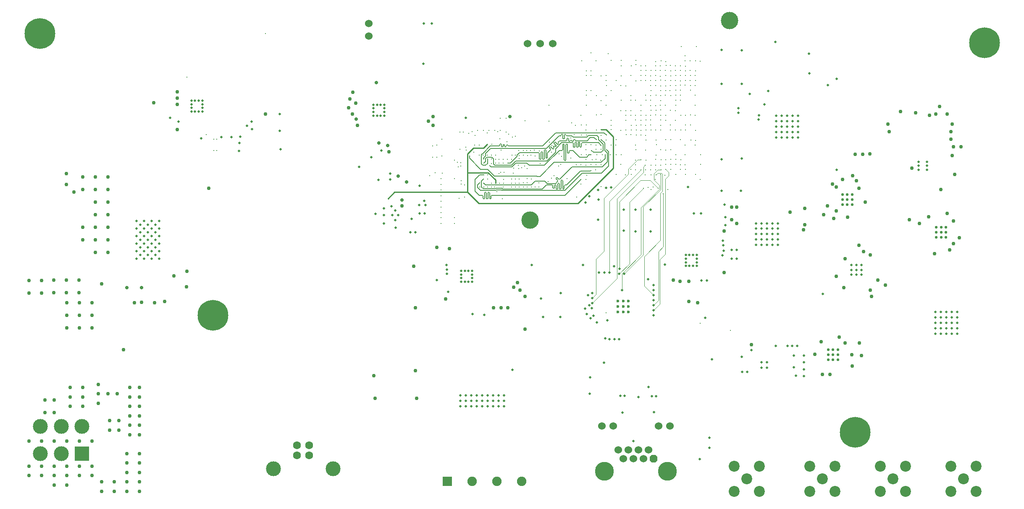
<source format=gbr>
%TF.GenerationSoftware,Altium Limited,Altium Designer,23.11.1 (41)*%
G04 Layer_Physical_Order=12*
G04 Layer_Color=16711935*
%FSLAX45Y45*%
%MOMM*%
%TF.SameCoordinates,5B37CA9A-06B1-4671-AC7C-9F047A950D05*%
%TF.FilePolarity,Positive*%
%TF.FileFunction,Copper,L12,Inr,Signal*%
%TF.Part,Single*%
G01*
G75*
%TA.AperFunction,Conductor*%
%ADD103C,0.23978*%
%TA.AperFunction,ComponentPad*%
%ADD110C,6.20000*%
%ADD111C,3.50000*%
%ADD112C,2.20000*%
%ADD113C,3.00000*%
%ADD114R,3.00000X3.00000*%
%ADD115R,1.90500X1.90500*%
%ADD116C,1.90500*%
%ADD117C,1.60000*%
%ADD118C,0.60000*%
%ADD119C,1.52400*%
G04:AMPARAMS|DCode=120|XSize=1.524mm|YSize=1.524mm|CornerRadius=0mm|HoleSize=0mm|Usage=FLASHONLY|Rotation=0.000|XOffset=0mm|YOffset=0mm|HoleType=Round|Shape=Octagon|*
%AMOCTAGOND120*
4,1,8,0.76200,-0.38100,0.76200,0.38100,0.38100,0.76200,-0.38100,0.76200,-0.76200,0.38100,-0.76200,-0.38100,-0.38100,-0.76200,0.38100,-0.76200,0.76200,-0.38100,0.0*
%
%ADD120OCTAGOND120*%

%ADD121C,3.81000*%
%TA.AperFunction,ViaPad*%
%ADD122C,0.76200*%
%ADD123C,0.50000*%
%ADD124C,0.30480*%
%ADD125C,0.50800*%
%ADD126C,0.71120*%
%ADD127C,0.55880*%
%TA.AperFunction,Conductor*%
%ADD128C,0.14789*%
%ADD129C,0.09238*%
D103*
X9508973Y7218673D02*
Y7220755D01*
X9552618Y7264400D01*
X9478499Y7188200D02*
X9508973Y7218673D01*
X9271000Y7188200D02*
X9478499D01*
X9154046Y6301854D02*
Y7071246D01*
X7686154Y6301854D02*
X9154046D01*
X7551358Y6167058D02*
X7686154Y6301854D01*
X9154046Y7071246D02*
X9271000Y7188200D01*
X9162739Y6688893D02*
X9573942D01*
X9720580Y6542255D01*
X11950700Y7556500D02*
X12090400Y7416800D01*
Y6778523D02*
Y7416800D01*
X11699977Y6388100D02*
X12090400Y6778523D01*
X11382477Y6070600D02*
X11699977Y6388100D01*
X11843461Y7556500D02*
X11950700D01*
X9154046Y6301854D02*
X9385300Y6070600D01*
X11382477D01*
X9720580Y6479540D02*
Y6542255D01*
D110*
X16967200Y1447800D02*
D03*
X19574646Y9311709D02*
D03*
X533400Y9499600D02*
D03*
X4025798Y3806550D02*
D03*
D111*
X14438298Y9761666D02*
D03*
X10418298Y5731666D02*
D03*
D112*
X19151601Y507200D02*
D03*
X19405600Y761200D02*
D03*
Y253200D02*
D03*
X18897600D02*
D03*
Y761200D02*
D03*
X17729201Y508000D02*
D03*
X17983200Y762000D02*
D03*
Y254000D02*
D03*
X17475200D02*
D03*
Y762000D02*
D03*
X16306799Y508000D02*
D03*
X16560800Y762000D02*
D03*
Y254000D02*
D03*
X16052800D02*
D03*
Y762000D02*
D03*
X14782800Y508000D02*
D03*
X15036800Y762000D02*
D03*
Y254000D02*
D03*
X14528799D02*
D03*
Y762000D02*
D03*
D113*
X545200Y1017050D02*
D03*
X965200D02*
D03*
X545200Y1567050D02*
D03*
X965200D02*
D03*
X1385200D02*
D03*
X5240000Y711200D02*
D03*
X6444000D02*
D03*
D114*
X1385200Y1017050D02*
D03*
D115*
X8749600Y457200D02*
D03*
D116*
X9249600D02*
D03*
X9749600D02*
D03*
X10249600D02*
D03*
D117*
X5967000Y1181200D02*
D03*
X5717000D02*
D03*
X5967000Y981200D02*
D03*
X5717000D02*
D03*
D118*
X12400600Y4095600D02*
D03*
Y3988600D02*
D03*
Y3881600D02*
D03*
X12293600Y4095600D02*
D03*
Y3988600D02*
D03*
Y3881600D02*
D03*
X12186600Y4095600D02*
D03*
Y3988600D02*
D03*
Y3881600D02*
D03*
D119*
X13004800Y1574800D02*
D03*
X12090400D02*
D03*
X13233400D02*
D03*
X12192000Y1092200D02*
D03*
X12395200D02*
D03*
X12598400D02*
D03*
X12801601D02*
D03*
X12293600Y914400D02*
D03*
X12496800D02*
D03*
X12700000D02*
D03*
X11861800Y1574800D02*
D03*
X7162800Y9702800D02*
D03*
Y9448800D02*
D03*
X10871200Y9296400D02*
D03*
X10363200D02*
D03*
X10617200D02*
D03*
D120*
X12903200Y914400D02*
D03*
D121*
X11912600Y660400D02*
D03*
X13182600D02*
D03*
D122*
X2222500Y3111500D02*
D03*
X571500Y4254500D02*
D03*
Y4508500D02*
D03*
X317500Y4254500D02*
D03*
Y4508500D02*
D03*
X1079500Y3810000D02*
D03*
Y3556000D02*
D03*
Y4064000D02*
D03*
X817791Y4517800D02*
D03*
Y4263800D02*
D03*
X1325791Y4517800D02*
D03*
X1071791D02*
D03*
X1325791Y4263800D02*
D03*
X1071791D02*
D03*
X1587500Y4064000D02*
D03*
X1333500D02*
D03*
X1587500Y3556000D02*
D03*
Y3810000D02*
D03*
X1333500Y3556000D02*
D03*
Y3810000D02*
D03*
X1219200Y6299200D02*
D03*
X1778000Y4445000D02*
D03*
X1905000Y5080000D02*
D03*
X1651000D02*
D03*
Y6096000D02*
D03*
Y5842000D02*
D03*
Y5588000D02*
D03*
X1905000Y6096000D02*
D03*
Y5842000D02*
D03*
Y5588000D02*
D03*
X1397000D02*
D03*
X1905000Y5334000D02*
D03*
X1651000D02*
D03*
X1397000D02*
D03*
Y6350000D02*
D03*
X1651000D02*
D03*
X1905000D02*
D03*
X1397000Y6604000D02*
D03*
X1651000D02*
D03*
X1905000D02*
D03*
X15661127Y5889671D02*
D03*
X15925800Y5537200D02*
D03*
X15951199Y5638800D02*
D03*
Y5969000D02*
D03*
X16332201Y5842000D02*
D03*
X16408400Y6019800D02*
D03*
X16510736Y6461760D02*
D03*
X16535400Y5765800D02*
D03*
X16814799Y5791200D02*
D03*
X16586200Y5918200D02*
D03*
Y6400800D02*
D03*
X16713200Y6553200D02*
D03*
X16992599Y6527800D02*
D03*
X16916400Y6629400D02*
D03*
X17170399Y6096000D02*
D03*
X17043401Y6375400D02*
D03*
X18872200Y5130800D02*
D03*
X18059399Y5740400D02*
D03*
X18262601Y5664200D02*
D03*
X18567400Y5054600D02*
D03*
X18948399Y5257800D02*
D03*
X19067780Y5377180D02*
D03*
X18948399Y5715000D02*
D03*
X18821400Y5867400D02*
D03*
X18449211Y5796400D02*
D03*
X18465800Y7848600D02*
D03*
X18592799Y7874000D02*
D03*
X18821400D02*
D03*
X17627600Y7670800D02*
D03*
X17653000Y7518400D02*
D03*
X18186400Y7899400D02*
D03*
X17881599Y7924800D02*
D03*
X18694400Y6350000D02*
D03*
X18110201Y6781800D02*
D03*
X18973801Y6654800D02*
D03*
X18923000Y7035800D02*
D03*
X19100800Y7213600D02*
D03*
X18948399D02*
D03*
X18897600Y7366000D02*
D03*
Y7518400D02*
D03*
X18923000Y7670800D02*
D03*
X18669000Y8026400D02*
D03*
X17272000Y5029200D02*
D03*
X17043401Y5224780D02*
D03*
X17136404Y5096805D02*
D03*
X16764000Y4953000D02*
D03*
X17576801Y4419600D02*
D03*
X17424400Y4521200D02*
D03*
X17272000Y4318000D02*
D03*
X16586200Y4597400D02*
D03*
X16738600Y4368800D02*
D03*
X17297400Y4191000D02*
D03*
X16648198Y3367002D02*
D03*
X16154401Y3022600D02*
D03*
X16306799Y2616200D02*
D03*
X16459998Y2616998D02*
D03*
X16913206Y2784135D02*
D03*
X17094200Y2997200D02*
D03*
X17052296Y3251200D02*
D03*
X16901402Y3012198D02*
D03*
X16764000Y3251200D02*
D03*
X16281400Y3276600D02*
D03*
X8534400Y5181600D02*
D03*
X8788400Y5156200D02*
D03*
X8712200Y4140200D02*
D03*
X7264400Y2590800D02*
D03*
X7289800Y2133600D02*
D03*
X8128000D02*
D03*
X8102600Y2692400D02*
D03*
X8075400Y4802400D02*
D03*
X8102600Y3962400D02*
D03*
X9829800D02*
D03*
X9677400D02*
D03*
X9964400Y3962059D02*
D03*
X10312400Y3530600D02*
D03*
Y4191000D02*
D03*
X10210800Y4318000D02*
D03*
X10083800Y4376000D02*
D03*
X10160000Y4470400D02*
D03*
X13792200Y4064000D02*
D03*
X14478000Y5994400D02*
D03*
X14579601D02*
D03*
Y5664200D02*
D03*
X14478000Y5740400D02*
D03*
X14325600Y5511800D02*
D03*
Y4673600D02*
D03*
X13302000Y4523627D02*
D03*
X13614400Y4089400D02*
D03*
X13435201Y4499200D02*
D03*
X13614400Y4495800D02*
D03*
X6832600Y7874000D02*
D03*
X6937790Y7641810D02*
D03*
X8458200Y7645400D02*
D03*
Y7823200D02*
D03*
X8371790Y7731810D02*
D03*
X7569200Y7112000D02*
D03*
X6784810Y8181810D02*
D03*
X6904707Y8091810D02*
D03*
X6756400Y8001000D02*
D03*
X6846990Y8316810D02*
D03*
X7837408Y6016679D02*
D03*
X3937000Y6375400D02*
D03*
X2844800Y4064000D02*
D03*
X3048000Y4089400D02*
D03*
X3493810Y4382810D02*
D03*
X3501390Y4702810D02*
D03*
X3235706Y4607306D02*
D03*
X2438400Y4064000D02*
D03*
X2585806Y4068994D02*
D03*
X3302000Y7556500D02*
D03*
X2832540Y8103040D02*
D03*
X3302000Y8064500D02*
D03*
Y8318500D02*
D03*
Y8191500D02*
D03*
X5080000Y7874000D02*
D03*
X14876781Y3220720D02*
D03*
X17119600Y7061200D02*
D03*
X17270139Y7067129D02*
D03*
X16967200Y7061200D02*
D03*
X1066800Y6671060D02*
D03*
Y6451600D02*
D03*
X2129040Y1683967D02*
D03*
Y1493467D02*
D03*
X1938540D02*
D03*
Y1683967D02*
D03*
X1397000Y2349500D02*
D03*
Y2159000D02*
D03*
Y1968500D02*
D03*
X1143000Y2349500D02*
D03*
Y2159000D02*
D03*
Y1968500D02*
D03*
X1333500Y1270000D02*
D03*
X1587500D02*
D03*
X825500D02*
D03*
X1079500D02*
D03*
X317500D02*
D03*
X571500D02*
D03*
Y762000D02*
D03*
X317500D02*
D03*
X635000Y1841500D02*
D03*
Y2095500D02*
D03*
X825500Y1841500D02*
D03*
Y2095500D02*
D03*
X571500Y571500D02*
D03*
X317500D02*
D03*
X825500Y381000D02*
D03*
X1079500D02*
D03*
X1587500Y571500D02*
D03*
X1333500D02*
D03*
X1079500D02*
D03*
X825500D02*
D03*
Y762000D02*
D03*
X1079500D02*
D03*
X1333500D02*
D03*
X1587500D02*
D03*
X1905000Y2222500D02*
D03*
X2349500Y1587500D02*
D03*
Y1778000D02*
D03*
X2095500Y2222500D02*
D03*
X2349500Y1397000D02*
D03*
X1714500Y2032000D02*
D03*
X2540000Y1016000D02*
D03*
X2286000D02*
D03*
X2540000Y825500D02*
D03*
X2286000D02*
D03*
X2540000Y635000D02*
D03*
X2286000D02*
D03*
X2540000Y444500D02*
D03*
X2286000D02*
D03*
X2032000D02*
D03*
X1778000D02*
D03*
Y254000D02*
D03*
X2032000D02*
D03*
X2286000D02*
D03*
X2540000D02*
D03*
X1714500Y2222500D02*
D03*
Y2413000D02*
D03*
X2540000Y2349500D02*
D03*
X2349500D02*
D03*
Y2159000D02*
D03*
Y1968500D02*
D03*
X2540000Y1397000D02*
D03*
Y1587500D02*
D03*
Y1778000D02*
D03*
Y1968500D02*
D03*
Y2159000D02*
D03*
D123*
X18416400Y6751400D02*
D03*
Y6829400D02*
D03*
Y6907400D02*
D03*
X18244400D02*
D03*
Y6829400D02*
D03*
Y6751400D02*
D03*
X7697408Y5734796D02*
D03*
X7754908Y5829796D02*
D03*
X7639908D02*
D03*
X7697408Y5924796D02*
D03*
X7477600Y7915310D02*
D03*
Y7988310D02*
D03*
Y8061810D02*
D03*
X7331065Y7841770D02*
D03*
X7404065D02*
D03*
X7477565D02*
D03*
X7257400Y7915310D02*
D03*
Y7841810D02*
D03*
Y7988310D02*
D03*
Y8061810D02*
D03*
X7331100D02*
D03*
X7404100D02*
D03*
X13555200Y4951600D02*
D03*
Y4878600D02*
D03*
Y4804900D02*
D03*
X13628700D02*
D03*
X13775200D02*
D03*
X13701700D02*
D03*
X13775240Y5025065D02*
D03*
Y4951565D02*
D03*
Y4878565D02*
D03*
X13555200Y5025100D02*
D03*
X13628700D02*
D03*
X13701700D02*
D03*
X3810035Y7998340D02*
D03*
Y8071339D02*
D03*
Y8144839D02*
D03*
X3663500Y7924800D02*
D03*
X3736500D02*
D03*
X3810000D02*
D03*
X3589835Y7998340D02*
D03*
Y7924840D02*
D03*
Y8071339D02*
D03*
Y8144839D02*
D03*
X3663535D02*
D03*
X3736535D02*
D03*
X15814799Y7400000D02*
D03*
X15704800D02*
D03*
X15594800D02*
D03*
X15484801D02*
D03*
X15374800D02*
D03*
X15814799Y7510000D02*
D03*
X15704800D02*
D03*
X15594800D02*
D03*
X15484801D02*
D03*
X15374800D02*
D03*
X15814799Y7620000D02*
D03*
X15704800D02*
D03*
X15594800D02*
D03*
X15484801D02*
D03*
X15374800D02*
D03*
X15814799Y7730000D02*
D03*
X15704800D02*
D03*
X15594800D02*
D03*
X15484801D02*
D03*
X15374800D02*
D03*
X15814799Y7840000D02*
D03*
X15704800D02*
D03*
X15594800D02*
D03*
X15484801D02*
D03*
X15374800D02*
D03*
X17097539Y4627652D02*
D03*
X16997539D02*
D03*
Y4827652D02*
D03*
X16897539D02*
D03*
Y4627652D02*
D03*
Y4727652D02*
D03*
X16997539D02*
D03*
X17097539Y4827652D02*
D03*
Y4727652D02*
D03*
X15193401Y2861700D02*
D03*
Y2751700D02*
D03*
X15083400Y2861700D02*
D03*
Y2751700D02*
D03*
X9249500Y4559500D02*
D03*
Y4632500D02*
D03*
Y4706000D02*
D03*
X9102965Y4485960D02*
D03*
X9175965D02*
D03*
X9249465D02*
D03*
X9029300Y4559500D02*
D03*
Y4486000D02*
D03*
Y4632500D02*
D03*
Y4706000D02*
D03*
X9103000D02*
D03*
X9176000D02*
D03*
X18584399Y3877600D02*
D03*
X18694400D02*
D03*
X18804401D02*
D03*
X18914400D02*
D03*
X19024400D02*
D03*
X18584399Y3767600D02*
D03*
X18694400D02*
D03*
X18804401D02*
D03*
X18914400D02*
D03*
X19024400D02*
D03*
X18584399Y3657600D02*
D03*
X18694400D02*
D03*
X18804401D02*
D03*
X18914400D02*
D03*
X19024400D02*
D03*
X18584399Y3547600D02*
D03*
X18694400D02*
D03*
X18804401D02*
D03*
X18914400D02*
D03*
X19024400D02*
D03*
X18584399Y3437600D02*
D03*
X18694400D02*
D03*
X18804401D02*
D03*
X18914400D02*
D03*
X19024400D02*
D03*
X15409200Y5228300D02*
D03*
X15299200D02*
D03*
X15189200D02*
D03*
X15079201D02*
D03*
X14969200D02*
D03*
X15409200Y5338300D02*
D03*
X15299200D02*
D03*
X15189200D02*
D03*
X15079201D02*
D03*
X14969200D02*
D03*
X15409200Y5448300D02*
D03*
X15299200D02*
D03*
X15189200D02*
D03*
X15079201D02*
D03*
X14969200D02*
D03*
X15409200Y5558300D02*
D03*
X15299200D02*
D03*
X15189200D02*
D03*
X15079201D02*
D03*
X14969200D02*
D03*
X15409200Y5668300D02*
D03*
X15299200D02*
D03*
X15189200D02*
D03*
X15079201D02*
D03*
X14969200D02*
D03*
X9008800Y1972800D02*
D03*
Y2082800D02*
D03*
Y2192800D02*
D03*
X9118800Y1972800D02*
D03*
Y2082800D02*
D03*
Y2192800D02*
D03*
X9228800Y1972800D02*
D03*
Y2082800D02*
D03*
Y2192800D02*
D03*
X9338800Y1972800D02*
D03*
Y2082800D02*
D03*
Y2192800D02*
D03*
X9448800Y1972800D02*
D03*
Y2082800D02*
D03*
Y2192800D02*
D03*
X9558800Y1972800D02*
D03*
Y2082800D02*
D03*
Y2192800D02*
D03*
X9668800Y1972800D02*
D03*
Y2082800D02*
D03*
Y2192800D02*
D03*
X9778800Y1972800D02*
D03*
Y2082800D02*
D03*
Y2192800D02*
D03*
X9888800Y1972800D02*
D03*
Y2082800D02*
D03*
Y2192800D02*
D03*
D124*
X10117598Y7421102D02*
D03*
X8892588Y5778500D02*
D03*
Y6944360D02*
D03*
X8623300Y5664200D02*
D03*
X13849350Y3651250D02*
D03*
X14452600Y3505200D02*
D03*
X3500540Y8618640D02*
D03*
X3884835Y7456265D02*
D03*
X4102100Y7137400D02*
D03*
X4038600D02*
D03*
Y7366000D02*
D03*
X4102100D02*
D03*
X10797540Y8054340D02*
D03*
X10795000Y7733050D02*
D03*
X10317500Y7739400D02*
D03*
X9873902Y6879987D02*
D03*
X9954225Y7315200D02*
D03*
X10051413Y7043810D02*
D03*
X9830678Y7144142D02*
D03*
X9391480Y7243216D02*
D03*
X10198082Y7034285D02*
D03*
X9131300Y7142480D02*
D03*
X9302750Y7245350D02*
D03*
X8986520Y6172200D02*
D03*
X9024620Y6456680D02*
D03*
X8968740Y6804660D02*
D03*
X8950960Y6901180D02*
D03*
X10184939Y7135321D02*
D03*
X10064750Y7410450D02*
D03*
X9810750Y7374890D02*
D03*
X9645650Y7263130D02*
D03*
X9552618Y7264400D02*
D03*
X9555480Y7493000D02*
D03*
X9633933Y7042163D02*
D03*
X9987280Y7470140D02*
D03*
X9761220Y7518400D02*
D03*
X9311640Y7439660D02*
D03*
X9123680Y7203440D02*
D03*
X9552618Y7043020D02*
D03*
X9093200Y6197600D02*
D03*
X10039980Y6479987D02*
D03*
X10124458Y6479987D02*
D03*
X12446000Y6756400D02*
D03*
X11945620Y3863340D02*
D03*
X13137086Y6641132D02*
D03*
X13051463Y6655510D02*
D03*
X13103860Y6261100D02*
D03*
X12999977Y6374126D02*
D03*
X12899977Y6400996D02*
D03*
X13195300Y6351009D02*
D03*
X13151463Y6755510D02*
D03*
X12799977Y6390026D02*
D03*
X12458700Y6654800D02*
D03*
X12851129Y6840967D02*
D03*
X12755880Y6945630D02*
D03*
X12338100Y6642100D02*
D03*
X12748260Y7147560D02*
D03*
X12651184Y6950202D02*
D03*
X12649200Y6748780D02*
D03*
X12544454Y6751474D02*
D03*
Y6851474D02*
D03*
X13251463Y6755510D02*
D03*
X13048489Y6844464D02*
D03*
X13251463Y6955510D02*
D03*
Y6855510D02*
D03*
X13451463Y6755510D02*
D03*
X13551463D02*
D03*
X13444453Y6851474D02*
D03*
X13351463Y6855510D02*
D03*
Y6655510D02*
D03*
X13155499Y6948500D02*
D03*
X13351463Y7055510D02*
D03*
X13251463Y7155510D02*
D03*
X13749020Y8549640D02*
D03*
X13545821Y8839200D02*
D03*
X12750800Y8750300D02*
D03*
X12951460Y8549640D02*
D03*
X13251180D02*
D03*
X13548360Y8651240D02*
D03*
X13654865Y8449135D02*
D03*
X13540286Y8458200D02*
D03*
X13645090Y8550839D02*
D03*
Y8950839D02*
D03*
X13749126Y8945099D02*
D03*
X13645090Y8750839D02*
D03*
X13650829Y8654875D02*
D03*
X13549126Y8745099D02*
D03*
X13545090Y8950839D02*
D03*
Y9050839D02*
D03*
X13650829Y7654875D02*
D03*
X13345090Y7750839D02*
D03*
X13454865Y7549135D02*
D03*
X13345090Y7550839D02*
D03*
X13245090D02*
D03*
X13049126Y7645099D02*
D03*
Y7845099D02*
D03*
X13050830Y7954875D02*
D03*
X12750829Y8154875D02*
D03*
X12850830D02*
D03*
X12745089Y8250839D02*
D03*
X12849126Y8245099D02*
D03*
X12954053Y8259088D02*
D03*
X13454865Y7849135D02*
D03*
X13245090Y7950839D02*
D03*
X13145090Y8050839D02*
D03*
X13045090D02*
D03*
X13254865Y8249135D02*
D03*
X13049126Y8245099D02*
D03*
X13145090Y8250839D02*
D03*
X13045090Y8850839D02*
D03*
X13157201Y8851900D02*
D03*
X12945090Y8850839D02*
D03*
Y8650839D02*
D03*
X13150830Y8654875D02*
D03*
X13245090Y8450839D02*
D03*
X13354865Y8149135D02*
D03*
X13450830Y8254875D02*
D03*
X13350830Y8354875D02*
D03*
X13151974Y8932649D02*
D03*
X13045090Y8750839D02*
D03*
X13044455Y8637305D02*
D03*
X12947981Y8932645D02*
D03*
X12845090Y8550839D02*
D03*
X12745089D02*
D03*
X12945090Y8450839D02*
D03*
X13049126Y8445099D02*
D03*
X13054865Y8949135D02*
D03*
X13249126Y8745099D02*
D03*
X13145090Y8750839D02*
D03*
X13249126Y8645099D02*
D03*
X13445090Y8850839D02*
D03*
Y8750839D02*
D03*
X13350830Y8654875D02*
D03*
X13450830D02*
D03*
X13449126Y8545099D02*
D03*
X13550830Y8554875D02*
D03*
X13450830Y8454875D02*
D03*
X13354865Y8449135D02*
D03*
X13049126Y8345099D02*
D03*
X13149126D02*
D03*
X13144501Y8547100D02*
D03*
X13149126Y8445099D02*
D03*
X12650469Y8552497D02*
D03*
Y8651987D02*
D03*
X12651572Y8753600D02*
D03*
X12848489Y8644464D02*
D03*
X12851463Y8755510D02*
D03*
X12549977Y8870475D02*
D03*
X12553490Y8953500D02*
D03*
X12152864Y8547100D02*
D03*
X11950982Y8548700D02*
D03*
X13151463Y6855510D02*
D03*
X13055499Y6948500D02*
D03*
Y6748500D02*
D03*
X12852400Y6350000D02*
D03*
X12848489Y6744464D02*
D03*
X12738100Y6642100D02*
D03*
X12740482Y6844528D02*
D03*
X11950700Y8648700D02*
D03*
X11849100Y7861300D02*
D03*
X11751464Y7855510D02*
D03*
X12052300Y7556500D02*
D03*
X12966701Y7251700D02*
D03*
X13150850Y7143750D02*
D03*
X13244453Y7651474D02*
D03*
X13551463Y7655510D02*
D03*
X13550900Y7848600D02*
D03*
X13347701Y7937500D02*
D03*
X13356064Y8255000D02*
D03*
X13235141Y8346187D02*
D03*
X12351464Y7455510D02*
D03*
X12700000Y6376409D02*
D03*
X12955499Y6648500D02*
D03*
X12943840Y6555740D02*
D03*
X12855499Y6648500D02*
D03*
X12748490Y6744464D02*
D03*
X12944453Y6751474D02*
D03*
X12948489Y6844464D02*
D03*
X12959081Y7045960D02*
D03*
X12448490Y8244464D02*
D03*
X12348490Y7744464D02*
D03*
X13844453Y6551474D02*
D03*
X13551463Y6655510D02*
D03*
X13544453Y6851474D02*
D03*
X13851463Y7055510D02*
D03*
X13544453Y7251474D02*
D03*
X12951463Y6955510D02*
D03*
X13251463Y7355510D02*
D03*
X13744450Y7851471D02*
D03*
X13744453Y8251474D02*
D03*
Y8651474D02*
D03*
X13848489Y8944464D02*
D03*
X13348489Y8844464D02*
D03*
X12451464Y8655510D02*
D03*
X12655500Y8848500D02*
D03*
X12255500D02*
D03*
X12251464Y8955510D02*
D03*
X11444454Y7851474D02*
D03*
X12048490Y7744464D02*
D03*
Y7244464D02*
D03*
X12247880Y6855460D02*
D03*
X11851640Y6405880D02*
D03*
X12538098Y6942099D02*
D03*
X13544453Y7051474D02*
D03*
X13751463Y6655510D02*
D03*
X12037660Y7055410D02*
D03*
X11871960Y7056120D02*
D03*
X11841480Y6944360D02*
D03*
X11936310Y7053580D02*
D03*
X11736345Y6745245D02*
D03*
X11744960Y6845881D02*
D03*
X11561911Y6636851D02*
D03*
X12551464Y7155510D02*
D03*
X12544454Y7251474D02*
D03*
X13051463Y7155510D02*
D03*
X13151463Y7355510D02*
D03*
X13851463Y6855510D02*
D03*
X13051463Y8555510D02*
D03*
X13451463Y8355510D02*
D03*
Y8155510D02*
D03*
X13351463Y8055510D02*
D03*
X13651463Y7855510D02*
D03*
X13744453Y8051474D02*
D03*
X13651463Y8355510D02*
D03*
X13744453Y8451474D02*
D03*
X13771523Y9238563D02*
D03*
X13461313Y9234527D02*
D03*
X13748489Y8744464D02*
D03*
X13344453Y8551474D02*
D03*
Y8751474D02*
D03*
X13246100Y8851900D02*
D03*
X11645900Y9105900D02*
D03*
X11988800Y9093200D02*
D03*
X11849100Y7442200D02*
D03*
X12052300Y7645400D02*
D03*
X12151464Y6655510D02*
D03*
X13455499Y6948500D02*
D03*
X13351463Y6955510D02*
D03*
X13451463Y7355510D02*
D03*
X13655499Y7348500D02*
D03*
X13748489Y7344464D02*
D03*
X13744453Y7251474D02*
D03*
X13551463Y7555510D02*
D03*
X13748489Y7544464D02*
D03*
X12455500Y7648500D02*
D03*
X12451464Y7455510D02*
D03*
X12555500Y7448500D02*
D03*
X12755500Y7348500D02*
D03*
X12648490Y7544464D02*
D03*
X12655500Y7448500D02*
D03*
X12555500Y7648500D02*
D03*
X12651464Y7655510D02*
D03*
X12855499Y7548500D02*
D03*
X12751464Y7755510D02*
D03*
X12748490Y7644464D02*
D03*
X12751464Y7555510D02*
D03*
X12748490Y7444464D02*
D03*
X12955499Y7348500D02*
D03*
X12951463Y7555510D02*
D03*
X13051463D02*
D03*
Y7755510D02*
D03*
X12844453Y7751474D02*
D03*
Y7651474D02*
D03*
X13155499Y7748500D02*
D03*
X13148486Y7844461D02*
D03*
X13048489Y8144464D02*
D03*
X12948489Y8044464D02*
D03*
X12844453Y8451474D02*
D03*
X12855499Y8348500D02*
D03*
X12744454Y8651474D02*
D03*
X12949277Y8750987D02*
D03*
X12748490Y8844464D02*
D03*
X12455500Y8848500D02*
D03*
X12548490Y8544464D02*
D03*
X12244454Y8451474D02*
D03*
X12348490Y8444464D02*
D03*
X11955500Y8448500D02*
D03*
X12255500Y8648500D02*
D03*
X11455500Y8948500D02*
D03*
X12051464Y8955510D02*
D03*
X11744454Y8951474D02*
D03*
X11555500Y8748500D02*
D03*
X11648490Y8744464D02*
D03*
X11848490Y8644464D02*
D03*
X11644454Y8651474D02*
D03*
X11551464Y8655510D02*
D03*
X11648490Y8344464D02*
D03*
X11551464Y8055510D02*
D03*
Y8255510D02*
D03*
X11555500Y8348500D02*
D03*
X11755500Y8248500D02*
D03*
X12048490Y8344464D02*
D03*
X11948490Y8244464D02*
D03*
X11951464Y8055510D02*
D03*
X11848489Y8144461D02*
D03*
X12251464Y8155510D02*
D03*
X12451464D02*
D03*
X12848489Y8044464D02*
D03*
X12544454Y8151474D02*
D03*
X12651464Y8055510D02*
D03*
X12951463Y7855510D02*
D03*
X12848489Y7844464D02*
D03*
X12955499Y7948500D02*
D03*
X12855499D02*
D03*
X12648490Y7944464D02*
D03*
X12448490D02*
D03*
X12248490D02*
D03*
X12348490D02*
D03*
X12348488Y7844461D02*
D03*
X12447627Y7849287D02*
D03*
X12755500Y7848500D02*
D03*
X12655500D02*
D03*
X12544454Y7851474D02*
D03*
X12648490Y7744464D02*
D03*
X12544454Y7751474D02*
D03*
X12555500Y7548500D02*
D03*
X12248490Y7544464D02*
D03*
X12455500Y7548500D02*
D03*
X12344454Y7551474D02*
D03*
X12153900Y7353300D02*
D03*
X12151464Y7055510D02*
D03*
X12255500Y7048500D02*
D03*
X11031220Y6859940D02*
D03*
X11644555D02*
D03*
X11843461Y7556500D02*
D03*
X11699977Y6388100D02*
D03*
X9721295Y7039987D02*
D03*
X9588500Y7543800D02*
D03*
X9563100Y6642100D02*
D03*
X9859010Y6160770D02*
D03*
X7551358Y6167058D02*
D03*
X8394700Y6629400D02*
D03*
X8502650Y6686550D02*
D03*
X8540750Y7245350D02*
D03*
X8451850Y7232650D02*
D03*
X8540750Y7004050D02*
D03*
X8451850D02*
D03*
X8890000Y5664200D02*
D03*
X9004300Y7505700D02*
D03*
X9931400Y7785100D02*
D03*
X9817100D02*
D03*
X8636000Y7366000D02*
D03*
Y7023100D02*
D03*
X8648700Y6680200D02*
D03*
X8623300Y6565900D02*
D03*
Y6451600D02*
D03*
Y6337300D02*
D03*
Y6223000D02*
D03*
Y6108700D02*
D03*
Y5994400D02*
D03*
Y5880100D02*
D03*
Y5778500D02*
D03*
X10199980Y6559987D02*
D03*
X10119980D02*
D03*
X10039980D02*
D03*
X9873902Y6959324D02*
D03*
X9786714Y6879987D02*
D03*
X9067800Y7505700D02*
D03*
X9182100Y7480300D02*
D03*
X9098262Y6443962D02*
D03*
X9029700Y6527800D02*
D03*
X8890000Y6565900D02*
D03*
X9486900Y6642100D02*
D03*
X9478377Y6558669D02*
D03*
X9563100Y6564378D02*
D03*
X9601200Y6832600D02*
D03*
X9194800Y7023100D02*
D03*
X9931400Y7506896D02*
D03*
X10048258Y6959714D02*
D03*
X9957296Y6959987D02*
D03*
X9964438Y6883042D02*
D03*
X10353642Y6774780D02*
D03*
X9894792Y6692834D02*
D03*
X10846853Y6582193D02*
D03*
X10303434Y6821496D02*
D03*
X10896600Y6629400D02*
D03*
X9826239Y6694767D02*
D03*
X9017000Y6888480D02*
D03*
Y6819900D02*
D03*
X9004300Y7162801D02*
D03*
X9283700Y7099300D02*
D03*
X9389987Y7041553D02*
D03*
X9479979Y6477354D02*
D03*
X9245600Y7518400D02*
D03*
X9471302Y7040571D02*
D03*
X9817100Y7543800D02*
D03*
X9702800D02*
D03*
X9474200D02*
D03*
X9359900D02*
D03*
X11744555Y6960656D02*
D03*
X11760646Y7055410D02*
D03*
X11353800Y6197600D02*
D03*
X9634914Y6965052D02*
D03*
X9559980D02*
D03*
X9639979Y6878671D02*
D03*
X9479980Y6965052D02*
D03*
X9483729Y6883737D02*
D03*
X9398000Y6484620D02*
D03*
X9396899Y6402239D02*
D03*
X9489459Y6398860D02*
D03*
X9641849Y6399948D02*
D03*
X9745980Y6307045D02*
D03*
X10083833Y6778660D02*
D03*
X11546840Y7150100D02*
D03*
X11549978Y7049986D02*
D03*
X10180466Y6843350D02*
D03*
X11449977Y7049986D02*
D03*
X10185530Y6774957D02*
D03*
X11541760Y6957060D02*
D03*
X10993120Y6827538D02*
D03*
X11541660Y7256163D02*
D03*
X11048475Y7022920D02*
D03*
X10195560Y6972300D02*
D03*
X11640820Y7259320D02*
D03*
X11666220Y6951980D02*
D03*
X11646037Y7050903D02*
D03*
X11442869Y6553031D02*
D03*
X11849100Y7243025D02*
D03*
X11239500Y7394734D02*
D03*
X10857359Y7240140D02*
D03*
X9697474Y6400370D02*
D03*
X10623207Y6873288D02*
D03*
X10607040Y7129780D02*
D03*
X11236912Y6982460D02*
D03*
X10076180Y6683412D02*
D03*
X10284460Y7043420D02*
D03*
X10363200Y7038340D02*
D03*
X10283999Y7135321D02*
D03*
X10345420Y7139940D02*
D03*
X10502900Y7142480D02*
D03*
X10426700Y7137400D02*
D03*
X10119980Y7039985D02*
D03*
X10432010Y7039957D02*
D03*
X10515600Y7030720D02*
D03*
X10997852Y7069185D02*
D03*
X10850880Y7099950D02*
D03*
X11742420Y7163775D02*
D03*
X11655400Y7139318D02*
D03*
X10777220Y6507480D02*
D03*
X10195987Y6402664D02*
D03*
X10279980D02*
D03*
X11163300Y6573520D02*
D03*
X10590887Y6482671D02*
D03*
X10359980Y6401356D02*
D03*
Y6482671D02*
D03*
X10592658Y6400863D02*
D03*
X10359982Y6565892D02*
D03*
X10442235Y6565295D02*
D03*
X9799320Y6479540D02*
D03*
X9878060Y6398260D02*
D03*
X11744960Y7251100D02*
D03*
X9719979Y6879987D02*
D03*
X10124458Y6402664D02*
D03*
X10439980D02*
D03*
X10515600Y6403322D02*
D03*
X10279811Y6484638D02*
D03*
X9639300Y6477000D02*
D03*
X9720580Y6479540D02*
D03*
X9879983Y6479987D02*
D03*
X9884912Y6555140D02*
D03*
X11851040Y6850380D02*
D03*
X11442759Y6460656D02*
D03*
X10251440Y6789420D02*
D03*
X9786714Y6963729D02*
D03*
X11328400Y7645418D02*
D03*
X11303000Y7454900D02*
D03*
X11955780Y7155180D02*
D03*
X11845459Y7158821D02*
D03*
X11449977Y7649986D02*
D03*
X11549978Y7649986D02*
D03*
X10807700Y7302500D02*
D03*
X11645900Y6731000D02*
D03*
X9791700Y6667500D02*
D03*
X9720355Y6959987D02*
D03*
X10039979Y6402664D02*
D03*
X12146002Y7250431D02*
D03*
X11544300Y6553200D02*
D03*
X11539308Y6844564D02*
D03*
X9559980Y6399987D02*
D03*
X11345290Y6845300D02*
D03*
X10199980Y6479987D02*
D03*
X11445290Y6845300D02*
D03*
X11252200Y7696200D02*
D03*
X11751690Y7554064D02*
D03*
X11545900Y7551700D02*
D03*
X11549978Y7449986D02*
D03*
X11449978D02*
D03*
X11954055Y7448274D02*
D03*
X11948264Y7345910D02*
D03*
X11851690Y7354064D02*
D03*
X11751690D02*
D03*
X5080000Y9499600D02*
D03*
D125*
X8534400Y4521200D02*
D03*
X13604160Y6399987D02*
D03*
X15360304Y9326880D02*
D03*
X5384800Y7162800D02*
D03*
X5372100Y7531100D02*
D03*
Y7874000D02*
D03*
X4546600Y7124700D02*
D03*
X4559300Y7289800D02*
D03*
X4572000Y7416800D02*
D03*
X4394200Y7404100D02*
D03*
X4191000D02*
D03*
X4711700Y7632700D02*
D03*
X4813300Y7569200D02*
D03*
X4800600Y7721600D02*
D03*
X15773399Y2590800D02*
D03*
X15735300Y2755900D02*
D03*
Y2997200D02*
D03*
X15938499D02*
D03*
Y2857500D02*
D03*
Y2717800D02*
D03*
Y2578100D02*
D03*
X14681200Y2971800D02*
D03*
X14693900Y2667000D02*
D03*
X14795500D02*
D03*
X14876781Y3108029D02*
D03*
X15367000Y3187700D02*
D03*
X15608299D02*
D03*
X15798801D02*
D03*
X15697200D02*
D03*
X8432800Y9702800D02*
D03*
X16319501Y4241800D02*
D03*
X16598900Y6743700D02*
D03*
X14350999Y5791200D02*
D03*
X14084300Y2921000D02*
D03*
X13944600Y3759200D02*
D03*
X7416800Y7137400D02*
D03*
X7213108Y6997700D02*
D03*
X3327400Y7721600D02*
D03*
X3160610Y7799490D02*
D03*
X3784600Y7378700D02*
D03*
X11620500Y2222500D02*
D03*
X10061800Y2708500D02*
D03*
X10454640Y4826000D02*
D03*
X10634980Y4147820D02*
D03*
X10675620Y3779520D02*
D03*
X11026140D02*
D03*
X11031220Y4257040D02*
D03*
X11480800Y4823460D02*
D03*
X9494520Y3817620D02*
D03*
X9260840Y3839210D02*
D03*
X8735060Y4826000D02*
D03*
X8737940Y4646000D02*
D03*
X8742546Y4736000D02*
D03*
X8763315Y4286000D02*
D03*
X8276180Y9699400D02*
D03*
X8269380Y8886600D02*
D03*
X11582400Y4216400D02*
D03*
X12268600Y4317600D02*
D03*
X12848703Y5504200D02*
D03*
Y5943600D02*
D03*
X12052300Y6390339D02*
D03*
X11696700Y3797300D02*
D03*
X12540000Y5943600D02*
D03*
X11531600Y6083300D02*
D03*
X11785600Y6337300D02*
D03*
X11950700Y6386950D02*
D03*
X13716000Y5867400D02*
D03*
X14350999Y5626100D02*
D03*
X13138150Y4832350D02*
D03*
X14478000Y5130800D02*
D03*
X14579601D02*
D03*
X14478000Y4953000D02*
D03*
X14579601D02*
D03*
X14306551Y5314950D02*
D03*
X14312900Y5219700D02*
D03*
X14319250Y5111750D02*
D03*
X14293851Y5022850D02*
D03*
X13982700Y4508500D02*
D03*
X13874750Y4514850D02*
D03*
X13859898Y5867400D02*
D03*
X14338300Y6045200D02*
D03*
X14668500Y6324600D02*
D03*
X14274800D02*
D03*
X14681200Y6972300D02*
D03*
X14274800Y6959600D02*
D03*
X15024100Y7759700D02*
D03*
X15033200Y7845000D02*
D03*
X15138400Y8064500D02*
D03*
X14617700Y7899400D02*
D03*
Y7988300D02*
D03*
X14846300Y8280400D02*
D03*
X16421100Y8458200D02*
D03*
X16600951Y8587250D02*
D03*
X16043336Y8696264D02*
D03*
X16040100Y9093200D02*
D03*
X15218900Y8339600D02*
D03*
X14274800Y9169400D02*
D03*
X14681200Y9156700D02*
D03*
Y8483600D02*
D03*
X14274800D02*
D03*
X12301200Y5943600D02*
D03*
X12540000Y5506700D02*
D03*
X12301200Y5516900D02*
D03*
X11785600Y5740400D02*
D03*
X11798300Y6146800D02*
D03*
X12496800Y1270000D02*
D03*
X11607800Y4013200D02*
D03*
X11557000Y3835400D02*
D03*
X11636993Y3747787D02*
D03*
X11930497Y3345297D02*
D03*
X12214977Y3329823D02*
D03*
X12115800Y3327400D02*
D03*
X12014200D02*
D03*
X11808577Y4671177D02*
D03*
X11912600Y4673600D02*
D03*
X12014200D02*
D03*
X12217400Y4749800D02*
D03*
X12113377Y4798177D02*
D03*
X12214977Y4645777D02*
D03*
X12316577D02*
D03*
X12903200Y3810000D02*
D03*
Y3911600D02*
D03*
Y4013200D02*
D03*
Y4114800D02*
D03*
Y4216400D02*
D03*
Y4318000D02*
D03*
Y4419600D02*
D03*
X14033501Y1130300D02*
D03*
Y1333500D02*
D03*
X12801601Y2362200D02*
D03*
X13837920Y909320D02*
D03*
X12280900Y1841500D02*
D03*
X12915900Y1854200D02*
D03*
X12960350Y2171700D02*
D03*
X12871449D02*
D03*
X12236450Y2184400D02*
D03*
X12325350D02*
D03*
X12598400Y2159000D02*
D03*
X11625580Y2557780D02*
D03*
X11906250Y2851150D02*
D03*
X11672587Y4255787D02*
D03*
Y4154187D02*
D03*
X11667507Y4052587D02*
D03*
X11526520Y3947160D02*
D03*
X11662427Y3950987D02*
D03*
X11764127Y3664067D02*
D03*
X12793980Y4541520D02*
D03*
X11971020Y3708400D02*
D03*
X11611077Y6218657D02*
D03*
X6972300Y6807200D02*
D03*
X7360920Y6548120D02*
D03*
X7594600Y6553200D02*
D03*
Y6667500D02*
D03*
X7620000Y6007100D02*
D03*
X7302500Y5854700D02*
D03*
X7467600Y5829300D02*
D03*
Y5969000D02*
D03*
Y5664200D02*
D03*
X8292004Y5866304D02*
D03*
X8190404D02*
D03*
X8028805Y5755505D02*
D03*
X7708900Y5575300D02*
D03*
X8103808Y5487608D02*
D03*
X8002208D02*
D03*
X8286750Y6121400D02*
D03*
X8309784Y6036484D02*
D03*
X8182784D02*
D03*
X8188898Y6423598D02*
D03*
X9118600Y7797800D02*
D03*
X2484206Y5718810D02*
D03*
X2636606D02*
D03*
X2789006D02*
D03*
X2941406D02*
D03*
X2865206Y5642610D02*
D03*
X2560406D02*
D03*
X2941406Y5566410D02*
D03*
X2789006D02*
D03*
X2636606D02*
D03*
X2484206D02*
D03*
X2865206Y5490210D02*
D03*
X2560406D02*
D03*
X2941406Y5414010D02*
D03*
X2789006D02*
D03*
X2636606D02*
D03*
X2484206D02*
D03*
X2865206Y5337810D02*
D03*
X2560406D02*
D03*
X2941406Y5261610D02*
D03*
X2789006D02*
D03*
X2636606D02*
D03*
X2484206D02*
D03*
X2865206Y5185410D02*
D03*
X2712806D02*
D03*
X2560406D02*
D03*
X2941406Y5109210D02*
D03*
X2789006D02*
D03*
X2636606D02*
D03*
X2865206Y5033010D02*
D03*
X2712806D02*
D03*
X2941406Y4956810D02*
D03*
X2789006D02*
D03*
X2636606D02*
D03*
X2484206D02*
D03*
Y5109210D02*
D03*
X2560406Y5033010D02*
D03*
X2712806Y5642610D02*
D03*
Y5490210D02*
D03*
Y5337810D02*
D03*
D126*
X6908800Y7772400D02*
D03*
X7543800Y7239000D02*
D03*
X7366000Y7289800D02*
D03*
X7315200Y8509000D02*
D03*
X7924800Y6502400D02*
D03*
X7758295Y6618105D02*
D03*
X7837408Y6135608D02*
D03*
X2286000Y4368800D02*
D03*
X2585806Y4365317D02*
D03*
X10007600Y7825740D02*
D03*
D127*
X18602800Y5586400D02*
D03*
Y5486400D02*
D03*
Y5386400D02*
D03*
X18702800D02*
D03*
Y5486400D02*
D03*
Y5586400D02*
D03*
X18802800D02*
D03*
Y5486400D02*
D03*
Y5386400D02*
D03*
X16424998Y2912198D02*
D03*
X16524998D02*
D03*
X16624998D02*
D03*
Y3012198D02*
D03*
X16524998D02*
D03*
X16424998D02*
D03*
Y3112198D02*
D03*
X16524998D02*
D03*
X16624998D02*
D03*
X16913200Y6046800D02*
D03*
Y6146800D02*
D03*
Y6246800D02*
D03*
X16813200D02*
D03*
Y6146800D02*
D03*
Y6046800D02*
D03*
X16713200D02*
D03*
Y6146800D02*
D03*
Y6246800D02*
D03*
D128*
X11218792Y7141210D02*
G03*
X11204003Y7126421I0J-14789D01*
G01*
X11192604Y7084384D02*
G03*
X11204003Y7095783I0J11399D01*
G01*
X11171434D02*
G03*
X11182833Y7084384I11399J0D01*
G01*
X11171434Y7255766D02*
G03*
X11160034Y7267165I-11399J0D01*
G01*
X11150263D02*
G03*
X11138864Y7255766I0J-11399D01*
G01*
X11127465Y6938010D02*
G03*
X11138864Y6949409I0J11399D01*
G01*
X11106295D02*
G03*
X11117694Y6938010I11399J0D01*
G01*
X11106295Y7255766D02*
G03*
X11094896Y7267165I-11399J0D01*
G01*
X11085125D02*
G03*
X11073725Y7255766I0J-11399D01*
G01*
X11058936Y7141210D02*
G03*
X11073725Y7155999I0J14789D01*
G01*
X9469508Y6217924D02*
G03*
X9454718Y6232713I-14789J0D01*
G01*
X9469508Y6177867D02*
G03*
X9480907Y6166468I11399J0D01*
G01*
X9490678D02*
G03*
X9502077Y6177867I0J11399D01*
G01*
X9513476Y6294986D02*
G03*
X9502077Y6283587I0J-11399D01*
G01*
X9534646D02*
G03*
X9523247Y6294986I-11399J0D01*
G01*
X9534646Y6172159D02*
G03*
X9546046Y6160760I11399J0D01*
G01*
X9555817D02*
G03*
X9567216Y6172159I0J11399D01*
G01*
X9578615Y6294986D02*
G03*
X9567216Y6283587I0J-11399D01*
G01*
X9599785D02*
G03*
X9588386Y6294986I-11399J0D01*
G01*
X9599785Y6172159D02*
G03*
X9611184Y6160760I11399J0D01*
G01*
X9620955D02*
G03*
X9632355Y6172159I0J11399D01*
G01*
X9647144Y6232713D02*
G03*
X9632355Y6217924I0J-14789D01*
G01*
X9969112Y7241089D02*
G03*
X9983902Y7226300I14789J0D01*
G01*
X9969112Y7241092D02*
G03*
X9957713Y7252491I-11399J0D01*
G01*
X9947942D02*
G03*
X9936543Y7241092I0J-11399D01*
G01*
X9925144Y7214898D02*
G03*
X9936543Y7226297I0J11399D01*
G01*
X9903974D02*
G03*
X9915373Y7214898I11399J0D01*
G01*
X9903974Y7244922D02*
G03*
X9892574Y7256322I-11399J0D01*
G01*
X9882803D02*
G03*
X9871404Y7244922I0J-11399D01*
G01*
X9860005Y7209495D02*
G03*
X9871404Y7220894I0J11399D01*
G01*
X9838835D02*
G03*
X9850234Y7209495I11399J0D01*
G01*
X9838835Y7258081D02*
G03*
X9827436Y7269480I-11399J0D01*
G01*
X9817665D02*
G03*
X9806265Y7258081I0J-11399D01*
G01*
X9791476Y7226300D02*
G03*
X9806265Y7241089I0J14789D01*
G01*
X10772183Y7094263D02*
G03*
X10767851Y7083805I10458J-10458D01*
G01*
X10756452Y6985195D02*
G03*
X10767851Y6996594I0J11399D01*
G01*
X10735282D02*
G03*
X10746681Y6985195I11399J0D01*
G01*
X10735282Y7141466D02*
G03*
X10723883Y7152865I-11399J0D01*
G01*
X10714112D02*
G03*
X10702713Y7141466I0J-11399D01*
G01*
X10691313Y6957435D02*
G03*
X10702713Y6968834I0J11399D01*
G01*
X10670143D02*
G03*
X10681543Y6957435I11399J0D01*
G01*
X10670143Y7097777D02*
G03*
X10658744Y7109176I-11399J0D01*
G01*
X10648973D02*
G03*
X10637574Y7097777I0J-11399D01*
G01*
X10626175Y6957435D02*
G03*
X10637574Y6968834I0J11399D01*
G01*
X10605004D02*
G03*
X10616404Y6957435I11399J0D01*
G01*
X10605004Y7076891D02*
G03*
X10590215Y7091680I-14789J0D01*
G01*
X10877569Y6428215D02*
G03*
X10862779Y6443005I-14789J0D01*
G01*
X10877569Y6384712D02*
G03*
X10888968Y6373313I11399J0D01*
G01*
X10898739D02*
G03*
X10910138Y6384712I0J11399D01*
G01*
X10921537Y6443005D02*
G03*
X10910138Y6431606I0J-11399D01*
G01*
X10942708D02*
G03*
X10931308Y6443005I-11399J0D01*
G01*
X10942708Y6373499D02*
G03*
X10954107Y6362100I11399J0D01*
G01*
X10963878D02*
G03*
X10975277Y6373499I0J11399D01*
G01*
X10986676Y6477534D02*
G03*
X10975277Y6466134I0J-11399D01*
G01*
X11007846D02*
G03*
X10996447Y6477534I-11399J0D01*
G01*
X11007846Y6373499D02*
G03*
X11019246Y6362100I11399J0D01*
G01*
X11029017D02*
G03*
X11040416Y6373499I0J11399D01*
G01*
X11051815Y6542672D02*
G03*
X11040416Y6531273I0J-11399D01*
G01*
X11072985D02*
G03*
X11061586Y6542672I-11399J0D01*
G01*
X11072985Y6373499D02*
G03*
X11084384Y6362100I11399J0D01*
G01*
X11094155D02*
G03*
X11105555Y6373499I0J11399D01*
G01*
X11120344Y6443005D02*
G03*
X11105555Y6428215I0J-14789D01*
G01*
X10994710Y6557925D02*
G03*
X11015625Y6557925I10458J10458D01*
G01*
X10964239Y6588395D02*
G03*
X10948118Y6588395I-8060J-8060D01*
G01*
X10941209Y6581486D02*
G03*
X10941209Y6565365I8060J-8060D01*
G01*
X10971679Y6513979D02*
G03*
X10971679Y6534895I-10458J10458D01*
G01*
X11322932Y7350535D02*
G03*
X11337722Y7335745I14789J0D01*
G01*
X11322932Y7350537D02*
G03*
X11311533Y7361937I-11399J0D01*
G01*
X11301762D02*
G03*
X11290363Y7350537I0J-11399D01*
G01*
X11278964Y7324343D02*
G03*
X11290363Y7335743I0J11399D01*
G01*
X11257794D02*
G03*
X11269193Y7324343I11399J0D01*
G01*
X11257794Y7335748D02*
G03*
X11246394Y7347147I-11399J0D01*
G01*
X11236623D02*
G03*
X11225224Y7335748I0J-11399D01*
G01*
X11213825Y7324343D02*
G03*
X11225224Y7335743I0J11399D01*
G01*
X11192655D02*
G03*
X11204054Y7324343I11399J0D01*
G01*
X11192655Y7376365D02*
G03*
X11181256Y7387764I-11399J0D01*
G01*
X11171485D02*
G03*
X11160085Y7376365I0J-11399D01*
G01*
X11145296Y7335745D02*
G03*
X11160085Y7350535I0J14789D01*
G01*
X11143494Y7451909D02*
G03*
X11158283Y7437120I14789J0D01*
G01*
X11143494Y7451912D02*
G03*
X11132094Y7463311I-11399J0D01*
G01*
X11122323D02*
G03*
X11110924Y7451912I0J-11399D01*
G01*
X11099525Y7372524D02*
G03*
X11110924Y7383923I0J11399D01*
G01*
X11078355D02*
G03*
X11089754Y7372524I11399J0D01*
G01*
X11078355Y7455150D02*
G03*
X11066956Y7466549I-11399J0D01*
G01*
X11057185D02*
G03*
X11045785Y7455150I0J-11399D01*
G01*
X11030996Y7437120D02*
G03*
X11045785Y7451909I0J14789D01*
G01*
X10987265Y7309345D02*
G03*
X10987265Y7288430I10458J-10458D01*
G01*
X10988095Y7271478D02*
G03*
X10988095Y7287599I-8061J8060D01*
G01*
X10965065Y7264569D02*
G03*
X10981186Y7264569I8060J8060D01*
G01*
X10924906Y7304728D02*
G03*
X10908785Y7304728I-8060J-8060D01*
G01*
X10901876Y7297819D02*
G03*
X10901876Y7281698I8060J-8060D01*
G01*
X10942035Y7225418D02*
G03*
X10942035Y7241539I-8061J8060D01*
G01*
X10919005Y7218509D02*
G03*
X10935126Y7218509I8060J8060D01*
G01*
X10910996Y7226518D02*
G03*
X10894875Y7226518I-8060J-8060D01*
G01*
X10887966Y7219609D02*
G03*
X10887966Y7203488I8060J-8060D01*
G01*
X10896763Y7178570D02*
G03*
X10896763Y7194691I-8061J8060D01*
G01*
X10873733Y7171661D02*
G03*
X10889854Y7171661I8060J8060D01*
G01*
X10832786Y7212608D02*
G03*
X10816665Y7212608I-8060J-8060D01*
G01*
X10809756Y7205699D02*
G03*
X10809756Y7189578I8060J-8060D01*
G01*
X10828169Y7150249D02*
G03*
X10828169Y7171165I-10458J10458D01*
G01*
X11467199Y7295480D02*
G03*
X11452409Y7280691I0J-14789D01*
G01*
X11441010Y7207765D02*
G03*
X11452409Y7219164I0J11399D01*
G01*
X11419840D02*
G03*
X11431239Y7207765I11399J0D01*
G01*
X11419840Y7296031D02*
G03*
X11408441Y7307430I-11399J0D01*
G01*
X11398670D02*
G03*
X11387271Y7296031I0J-11399D01*
G01*
X11375871Y7201518D02*
G03*
X11387271Y7212917I0J11399D01*
G01*
X11354701D02*
G03*
X11366100Y7201518I11399J0D01*
G01*
X11354701Y7296031D02*
G03*
X11343302Y7307430I-11399J0D01*
G01*
X11333531D02*
G03*
X11322132Y7296031I0J-11399D01*
G01*
X11310733Y7201518D02*
G03*
X11322132Y7212917I0J11399D01*
G01*
X11289562D02*
G03*
X11300962Y7201518I11399J0D01*
G01*
X11289562Y7280691D02*
G03*
X11274773Y7295480I-14789J0D01*
G01*
X9613900Y7226300D02*
X9784080D01*
X9464331Y7076731D02*
X9613900Y7226300D01*
X9456324Y7076731D02*
X9464331D01*
X9435142Y7055549D02*
X9456324Y7076731D01*
X9435142Y7025593D02*
Y7055549D01*
X11931979Y6976439D02*
Y7038233D01*
X11851640Y6896100D02*
X11931979Y6976439D01*
X10901386Y6896100D02*
X11851640D01*
X11933308Y7050578D02*
X11936310Y7053580D01*
X11933308Y7039563D02*
Y7050578D01*
X11849100Y7101840D02*
X11887200Y7139940D01*
X11655400Y7139318D02*
X11692878Y7101840D01*
X11849100D01*
X11919620Y7140202D02*
X11972471Y7087351D01*
X11955780Y7155180D02*
X12001500Y7109460D01*
Y6819900D02*
Y7109460D01*
X11972471Y6905171D02*
Y7087351D01*
X11859260Y6677660D02*
X12001500Y6819900D01*
X11931979Y7038233D02*
X11933308Y7039563D01*
X11874500Y6807200D02*
X11972471Y6905171D01*
X11919620Y7140202D02*
Y7286135D01*
X11121799Y6333785D02*
X11465674Y6677660D01*
X11859260D01*
X10618837Y6613551D02*
X10901386Y6896100D01*
X9194800Y6981551D02*
X9419951Y6756400D01*
X9563100D02*
X9696752Y6622749D01*
X9419951Y6756400D02*
X9563100D01*
X9696752Y6622749D02*
X9867508D01*
X9194800Y6981551D02*
Y7023100D01*
X10557979Y6613551D02*
X10618837D01*
X10548781Y6622749D02*
X10557979Y6613551D01*
X9753600Y6842760D02*
X9849037D01*
X10043160D01*
X9706068D02*
X9753600D01*
X9521067Y6438900D02*
X10439400D01*
X10521298Y6520798D01*
X10712764D01*
X10762242Y6471320D01*
X10134600Y6622749D02*
X10548781D01*
X9867508D02*
X10134600D01*
X9484342Y6644658D02*
X9486900Y6642100D01*
X9404653Y6644658D02*
X9484342D01*
X9478377Y6558384D02*
Y6558669D01*
X9436100Y6516107D02*
X9478377Y6558384D01*
X9436100Y6401081D02*
Y6516107D01*
X9603325Y6832600D02*
X9628725Y6807200D01*
X9601200Y6832600D02*
X9603325D01*
X9628725Y6807200D02*
X10053325D01*
X10204339Y7091680D02*
X10550250D01*
X10156140Y7016458D02*
Y7043481D01*
X10022724Y6883042D02*
X10156140Y7016458D01*
X9964438Y6883042D02*
X10022724D01*
X9309100Y6549105D02*
X9404653Y6644658D01*
X9679980Y6868849D02*
X9706068Y6842760D01*
X10043160D02*
X10129520Y6929120D01*
X9482614Y6477354D02*
X9521067Y6438900D01*
X9479979Y6477354D02*
X9482614D01*
X9436700Y6870100D02*
Y7024035D01*
Y6870100D02*
X9469120Y6837680D01*
X9435142Y7025593D02*
X9436700Y7024035D01*
X9519978Y6979978D02*
X9541213Y7001213D01*
X9559980Y6877423D02*
Y6965052D01*
X9649892Y7001213D02*
X9679980Y6971125D01*
X9541213Y7001213D02*
X9649892D01*
X9482982Y6968054D02*
Y6991852D01*
X9479980Y6965052D02*
X9482982Y6968054D01*
X9483729Y6883737D02*
X9519978Y6919986D01*
X9482982Y6991852D02*
X9516140Y7025010D01*
X9359900Y6446520D02*
X9398000Y6484620D01*
X9359900Y6388100D02*
Y6446520D01*
X9413615Y6334385D02*
X9722182D01*
X9359900Y6388100D02*
X9413615Y6334385D01*
X9436100Y6401081D02*
X9474481Y6362700D01*
X9710454D01*
X11506588Y7295480D02*
X11792620D01*
X11845075Y7243025D01*
X11256654Y7141210D02*
X11276330D01*
X11218792D02*
X11256654D01*
X11204003Y7095783D02*
Y7126421D01*
X11182833Y7084384D02*
X11192604D01*
X11171434Y7095783D02*
Y7255766D01*
X11150263Y7267165D02*
X11160034D01*
X11138864Y6949409D02*
Y7255766D01*
X11117694Y6938010D02*
X11127465D01*
X11106295Y6949409D02*
Y7255766D01*
X11085125Y7267165D02*
X11094896D01*
X11073725Y7155999D02*
Y7255766D01*
X11051540Y7141210D02*
X11058936D01*
X11276330D02*
X11412220Y7005320D01*
X11558407D01*
X11603990Y7050903D02*
X11646037D01*
X11558407Y7005320D02*
X11603990Y7050903D01*
X9420397Y6232713D02*
X9454718D01*
X9469508Y6177867D02*
Y6217924D01*
X9480907Y6166468D02*
X9490678D01*
X9502077Y6177867D02*
Y6283587D01*
X9513476Y6294986D02*
X9523247D01*
X9534646Y6172159D02*
Y6283587D01*
X9546046Y6160760D02*
X9555817D01*
X9567216Y6172159D02*
Y6283587D01*
X9578615Y6294986D02*
X9588386D01*
X9599785Y6172159D02*
Y6283587D01*
X9611184Y6160760D02*
X9620955D01*
X9632355Y6172159D02*
Y6217924D01*
X9647144Y6232713D02*
X9654540D01*
X9388287D02*
X9420397D01*
X9654540D02*
X11122213D01*
X9469120Y6837680D02*
X9520238D01*
X9559980Y6877423D01*
X9983902Y7226300D02*
X10467340D01*
X9969112Y7241089D02*
Y7241092D01*
X9947942Y7252491D02*
X9957713D01*
X9936543Y7226297D02*
Y7241092D01*
X9915373Y7214898D02*
X9925144D01*
X9903974Y7226297D02*
Y7244922D01*
X9882803Y7256322D02*
X9892574D01*
X9871404Y7220894D02*
Y7244922D01*
X9850234Y7209495D02*
X9860005D01*
X9838835Y7220894D02*
Y7258081D01*
X9817665Y7269480D02*
X9827436D01*
X9806265Y7241089D02*
Y7258081D01*
X9784080Y7226300D02*
X9791476D01*
X10467340D02*
X10668000D01*
X11122213Y6232713D02*
X11442531Y6553031D01*
X11442869D01*
X10231120Y6929120D02*
X10401300D01*
X10751820D01*
X10129520D02*
X10231120D01*
X10751820D02*
X10929620Y7106920D01*
X10772183Y7094263D02*
X10817860Y7139940D01*
X10767851Y6996594D02*
Y7083805D01*
X10746681Y6985195D02*
X10756452D01*
X10735282Y6996594D02*
Y7141466D01*
X10714112Y7152865D02*
X10723883D01*
X10702713Y6968834D02*
Y7141466D01*
X10681543Y6957435D02*
X10691313D01*
X10670143Y6968834D02*
Y7097777D01*
X10648973Y7109176D02*
X10658744D01*
X10637574Y6968834D02*
Y7097777D01*
X10616404Y6957435D02*
X10626175D01*
X10605004Y6968834D02*
Y7076891D01*
X10550250Y7091680D02*
X10590215D01*
X11845075Y7243025D02*
X11849100D01*
X10664860Y6362100D02*
X10745765Y6443005D01*
X10780760D02*
X10862779D01*
X10877569Y6384712D02*
Y6428215D01*
X10888968Y6373313D02*
X10898739D01*
X10910138Y6384712D02*
Y6431606D01*
X10921537Y6443005D02*
X10931308D01*
X10942708Y6373499D02*
Y6431606D01*
X10954107Y6362100D02*
X10963878D01*
X10975277Y6373499D02*
Y6466134D01*
X10986676Y6477534D02*
X10996447D01*
X11007846Y6373499D02*
Y6466134D01*
X11019246Y6362100D02*
X11029017D01*
X11040416Y6373499D02*
Y6531273D01*
X11051815Y6542672D02*
X11061586D01*
X11072985Y6373499D02*
Y6531273D01*
X11084384Y6362100D02*
X11094155D01*
X11105555Y6373499D02*
Y6428215D01*
X11120344Y6443005D02*
X11127740D01*
X10745765D02*
X10780760D01*
X11430000Y6718300D02*
X11629391D01*
X11154705Y6443005D02*
X11430000Y6718300D01*
X11127740Y6443005D02*
X11154705D01*
X9863082Y6362100D02*
X10664860D01*
X11015625Y6557925D02*
X11252200Y6794500D01*
X10964239Y6588395D02*
X10994710Y6557925D01*
X10941209Y6581486D02*
X10948118Y6588395D01*
X10941209Y6565365D02*
X10971679Y6534895D01*
X10966450Y6508750D02*
X10971679Y6513979D01*
X11252200Y6794500D02*
X11264900Y6807200D01*
X10929020Y6471320D02*
X10966450Y6508750D01*
X10762242Y6471320D02*
X10929020D01*
X11264900Y6807200D02*
X11874500D01*
X11337722Y7335745D02*
X11512711D01*
X11322932Y7350535D02*
Y7350537D01*
X11301762Y7361937D02*
X11311533D01*
X11290363Y7335743D02*
Y7350537D01*
X11269193Y7324343D02*
X11278964D01*
X11257794Y7335743D02*
Y7335748D01*
X11236623Y7347147D02*
X11246394D01*
X11225224Y7335743D02*
Y7335748D01*
X11204054Y7324343D02*
X11213825D01*
X11192655Y7335743D02*
Y7376365D01*
X11171485Y7387764D02*
X11181256D01*
X11160085Y7350535D02*
Y7376365D01*
X11137900Y7335745D02*
X11145296D01*
X11512711D02*
X11564845D01*
X11001133Y7437120D02*
X11023600D01*
X11158283D02*
X11211560D01*
X11143494Y7451909D02*
Y7451912D01*
X11122323Y7463311D02*
X11132094D01*
X11110924Y7383923D02*
Y7451912D01*
X11089754Y7372524D02*
X11099525D01*
X11078355Y7383923D02*
Y7455150D01*
X11057185Y7466549D02*
X11066956D01*
X11045785Y7451909D02*
Y7455150D01*
X11023600Y7437120D02*
X11030996D01*
X11211560D02*
X11254740D01*
X11287760Y7404100D01*
X11557000D02*
X11595100Y7442200D01*
X11287760Y7404100D02*
X11557000D01*
X10745194Y7181180D02*
X11001133Y7437120D01*
X11013665Y7335745D02*
X11137900D01*
X10987265Y7309345D02*
X11004550Y7326630D01*
X10987265Y7288430D02*
X10988095Y7287599D01*
X10988095Y7287599D02*
X10988095Y7287599D01*
X10981186Y7264569D02*
X10988095Y7271478D01*
X10965065Y7264569D02*
X10965065Y7264569D01*
X10924906Y7304728D02*
X10965065Y7264569D01*
X10924906Y7304728D02*
X10924906Y7304728D01*
X10901876Y7297819D02*
X10908785Y7304728D01*
X10901876Y7281698D02*
X10901876Y7281698D01*
X10942035Y7241539D01*
X10942035Y7241539D02*
X10942035Y7241539D01*
X10935126Y7218509D02*
X10942035Y7225418D01*
X10919005Y7218509D02*
X10919005Y7218509D01*
X10910996Y7226518D02*
X10919005Y7218509D01*
X10910996Y7226518D02*
X10910996Y7226518D01*
X10887966Y7219609D02*
X10894875Y7226518D01*
X10887966Y7203488D02*
X10887966Y7203488D01*
X10896763Y7194691D01*
X10896763Y7194691D02*
X10896763Y7194691D01*
X10889854Y7171661D02*
X10896763Y7178570D01*
X10873733Y7171661D02*
X10873733Y7171661D01*
X10832786Y7212608D02*
X10873733Y7171661D01*
X10832786Y7212608D02*
X10832786Y7212608D01*
X10809756Y7205699D02*
X10816665Y7212608D01*
X10809756Y7189578D02*
X10809756Y7189578D01*
X10828169Y7171165D01*
X10828169Y7171164D02*
X10828169Y7171165D01*
X10822940Y7145020D02*
X10828169Y7150249D01*
X11004550Y7326630D02*
X11013665Y7335745D01*
X10817860Y7139940D02*
X10822940Y7145020D01*
X11007090Y7141210D02*
X11051540D01*
X11467199Y7295480D02*
X11506588D01*
X11452409Y7219164D02*
Y7280691D01*
X11431239Y7207765D02*
X11441010D01*
X11419840Y7219164D02*
Y7296031D01*
X11398670Y7307430D02*
X11408441D01*
X11387271Y7212917D02*
Y7296031D01*
X11366100Y7201518D02*
X11375871D01*
X11354701Y7212917D02*
Y7296031D01*
X11333531Y7307430D02*
X11343302D01*
X11322132Y7212917D02*
Y7296031D01*
X11300962Y7201518D02*
X11310733D01*
X11289562Y7212917D02*
Y7280691D01*
X11234808Y7295480D02*
X11274773D01*
X11052140D02*
X11234808D01*
X10929620Y7172960D02*
X11052140Y7295480D01*
X10929620Y7106920D02*
Y7172960D01*
X10703008Y6837128D02*
X11007090Y7141210D01*
X10156140Y7043481D02*
X10204339Y7091680D01*
X10397389Y6837128D02*
X10703008D01*
X9722182Y6334385D02*
X9731002Y6343205D01*
X9841933D01*
X9719274Y6371520D02*
X9853662D01*
X9841933Y6343205D02*
X9851354Y6333785D01*
X11121799D01*
X9710454Y6362700D02*
X9719274Y6371520D01*
X9853662D02*
X9863082Y6362100D01*
X10353056Y6881460D02*
X10397389Y6837128D01*
X11887200Y7139940D02*
Y7264400D01*
X10053325Y6807200D02*
X10127585Y6881460D01*
X10353056D01*
X9679980Y6868849D02*
Y6971125D01*
X9516140Y7025010D02*
Y7077349D01*
X9619971Y7181180D01*
X10745194D01*
X11851690Y7354064D02*
X11919620Y7286135D01*
X10668000Y7226300D02*
X10936564Y7494864D01*
X11907464D01*
X11954054Y7448274D01*
X11564845Y7335745D02*
X11629085Y7399985D01*
X11629391Y6718300D02*
X11642091Y6731000D01*
X11645900D01*
X11798300Y7353300D02*
Y7404100D01*
X11760200Y7442200D02*
X11798300Y7404100D01*
Y7353300D02*
X11887200Y7264400D01*
X11629085Y7399985D02*
X11705769D01*
X11751690Y7354064D01*
X11595100Y7442200D02*
X11760200D01*
X9519978Y6919986D02*
Y6979978D01*
X9309100Y6311900D02*
Y6549105D01*
Y6311900D02*
X9388287Y6232713D01*
D129*
X12166600Y6162040D02*
X12700000Y6695440D01*
Y6804046D02*
X12740482Y6844528D01*
X12700000Y6695440D02*
Y6804046D01*
X12397740Y6659880D02*
Y6761480D01*
X12586462Y6950202D02*
X12651184D01*
X12397740Y6761480D02*
X12586462Y6950202D01*
X12166600Y4551680D02*
Y6162040D01*
X12014200Y6113780D02*
X12649200Y6748780D01*
X11906200Y6168340D02*
X12397740Y6659880D01*
X11906200Y5104825D02*
Y6168340D01*
X11667507Y4052587D02*
X12166600Y4551680D01*
X12014200Y4673600D02*
Y6113780D01*
X11749077Y4947702D02*
X11906200Y5104825D01*
X11749077Y4230677D02*
Y4947702D01*
X11672587Y4154187D02*
X11749077Y4230677D01*
X12916360Y6670501D02*
X12994360Y6748500D01*
X12916360Y6544358D02*
Y6670501D01*
X12994360Y6748500D02*
X13055499D01*
X13208000Y6630510D02*
Y6698974D01*
X13151463Y6755510D02*
X13208000Y6698974D01*
X13141960Y6564470D02*
X13208000Y6630510D01*
X13141960Y5046980D02*
Y6564470D01*
X13084067Y6312427D02*
Y6661768D01*
X13044125Y6272485D02*
X13084067Y6312427D01*
X13044125Y5321221D02*
Y6272485D01*
X13062846Y6682989D02*
X13084067Y6661768D01*
X12955499Y6648500D02*
X12989989Y6682989D01*
X13062846D01*
X12717780Y4994875D02*
X13044125Y5321221D01*
X13051463Y6353484D02*
Y6655510D01*
X13004800Y5095240D02*
X13103860Y5194300D01*
Y6261100D01*
X12697460Y5999480D02*
X13051463Y6353484D01*
X13027457Y6359956D02*
Y6433263D01*
X12841223Y6532880D02*
X12999977Y6374126D01*
X12654178Y5986678D02*
X13027457Y6359956D01*
X12916360Y6544358D02*
X13027457Y6433263D01*
X12697460Y5026660D02*
Y5999480D01*
X13032739Y4937760D02*
X13141960Y5046980D01*
X12654178Y5036718D02*
Y5986678D01*
X12717780Y4401820D02*
Y4994875D01*
Y4401820D02*
X12903200Y4216400D01*
X12268600Y4317600D02*
Y4651140D01*
X12654178Y5036718D01*
X12214977Y4645777D02*
X12423140Y4853940D01*
Y6099549D01*
X12700000Y6376409D01*
X12316577Y4645777D02*
X12697460Y5026660D01*
X12646258Y6532880D02*
X12841223D01*
X12217400Y6104022D02*
X12646258Y6532880D01*
X13032739Y4041140D02*
Y4937760D01*
X12903200Y3911600D02*
X13032739Y4041140D01*
X12903200Y4013200D02*
X13004800Y4114800D01*
Y5095240D01*
X12217400Y4749800D02*
Y6104022D01*
%TF.MD5,f0a147d743d0738ccb1de2ce1b5637cd*%
M02*

</source>
